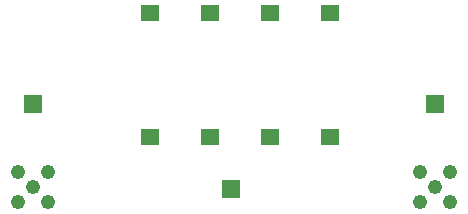
<source format=gts>
G04 #@! TF.GenerationSoftware,KiCad,Pcbnew,8.0.3*
G04 #@! TF.CreationDate,2024-07-11T10:58:03+02:00*
G04 #@! TF.ProjectId,145MHz_BPF,3134354d-487a-45f4-9250-462e6b696361,rev?*
G04 #@! TF.SameCoordinates,Original*
G04 #@! TF.FileFunction,Soldermask,Top*
G04 #@! TF.FilePolarity,Negative*
%FSLAX46Y46*%
G04 Gerber Fmt 4.6, Leading zero omitted, Abs format (unit mm)*
G04 Created by KiCad (PCBNEW 8.0.3) date 2024-07-11 10:58:03*
%MOMM*%
%LPD*%
G01*
G04 APERTURE LIST*
G04 Aperture macros list*
%AMRoundRect*
0 Rectangle with rounded corners*
0 $1 Rounding radius*
0 $2 $3 $4 $5 $6 $7 $8 $9 X,Y pos of 4 corners*
0 Add a 4 corners polygon primitive as box body*
4,1,4,$2,$3,$4,$5,$6,$7,$8,$9,$2,$3,0*
0 Add four circle primitives for the rounded corners*
1,1,$1+$1,$2,$3*
1,1,$1+$1,$4,$5*
1,1,$1+$1,$6,$7*
1,1,$1+$1,$8,$9*
0 Add four rect primitives between the rounded corners*
20,1,$1+$1,$2,$3,$4,$5,0*
20,1,$1+$1,$4,$5,$6,$7,0*
20,1,$1+$1,$6,$7,$8,$9,0*
20,1,$1+$1,$8,$9,$2,$3,0*%
G04 Aperture macros list end*
%ADD10R,1.524000X1.397000*%
%ADD11C,1.240000*%
%ADD12RoundRect,0.250000X-0.550000X-0.550000X0.550000X-0.550000X0.550000X0.550000X-0.550000X0.550000X0*%
G04 APERTURE END LIST*
D10*
X113080000Y-52094500D03*
X113080000Y-62635500D03*
X108000000Y-52094500D03*
X108000000Y-62635500D03*
X102920000Y-52094500D03*
X102920000Y-62635500D03*
X97840000Y-52094500D03*
X97840000Y-62635500D03*
D11*
X122000000Y-66800000D03*
X120730000Y-68070000D03*
X123270000Y-68070000D03*
X120730000Y-65530000D03*
X123270000Y-65530000D03*
D12*
X104700000Y-67000000D03*
X122000000Y-59800000D03*
X88000000Y-59800000D03*
D11*
X88000000Y-66800000D03*
X86730000Y-68070000D03*
X89270000Y-68070000D03*
X86730000Y-65530000D03*
X89270000Y-65530000D03*
M02*

</source>
